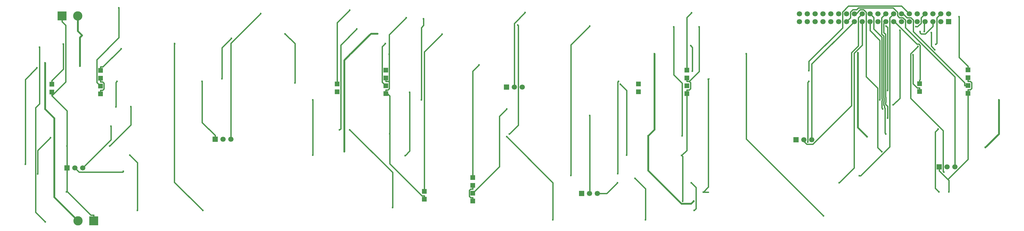
<source format=gbr>
%TF.GenerationSoftware,KiCad,Pcbnew,9.0.2*%
%TF.CreationDate,2025-07-16T22:13:36+02:00*%
%TF.ProjectId,fire,66697265-2e6b-4696-9361-645f70636258,rev?*%
%TF.SameCoordinates,Original*%
%TF.FileFunction,Copper,L2,Bot*%
%TF.FilePolarity,Positive*%
%FSLAX46Y46*%
G04 Gerber Fmt 4.6, Leading zero omitted, Abs format (unit mm)*
G04 Created by KiCad (PCBNEW 9.0.2) date 2025-07-16 22:13:36*
%MOMM*%
%LPD*%
G01*
G04 APERTURE LIST*
%TA.AperFunction,ComponentPad*%
%ADD10R,3.000000X3.000000*%
%TD*%
%TA.AperFunction,ComponentPad*%
%ADD11C,3.000000*%
%TD*%
%TA.AperFunction,ComponentPad*%
%ADD12R,1.500000X1.500000*%
%TD*%
%TA.AperFunction,ComponentPad*%
%ADD13R,1.700000X1.700000*%
%TD*%
%TA.AperFunction,ComponentPad*%
%ADD14C,1.700000*%
%TD*%
%TA.AperFunction,ViaPad*%
%ADD15C,0.600000*%
%TD*%
%TA.AperFunction,Conductor*%
%ADD16C,0.400000*%
%TD*%
%TA.AperFunction,Conductor*%
%ADD17C,0.600000*%
%TD*%
G04 APERTURE END LIST*
D10*
%TO.P,J9,1,Pin_1*%
%TO.N,GND*%
X77515000Y-178300000D03*
D11*
%TO.P,J9,2,Pin_2*%
%TO.N,+12V*%
X72435000Y-178300000D03*
%TD*%
D12*
%TO.P,KR4,1,+5V_TOP_LED*%
%TO.N,Net-(J2-Pin_10)*%
X269350000Y-129325000D03*
%TO.P,KR4,2,GND_TOP_LED*%
%TO.N,GND*%
X269350000Y-131865000D03*
%TO.P,KR4,3,+5V_BOTTOM_LED*%
%TO.N,Net-(J2-Pin_11)*%
X269350000Y-134405000D03*
%TO.P,KR4,4,GND_BOTTOM_LED*%
%TO.N,GND*%
X269350000Y-136945000D03*
%TO.P,KR4,5,SW_IN*%
%TO.N,Net-(J2-Pin_12)*%
X253650000Y-133825000D03*
%TO.P,KR4,6,SW_OUT*%
%TO.N,GND*%
X253650000Y-136365000D03*
%TD*%
D13*
%TO.P,J4,1,Pin_1*%
%TO.N,GND*%
X116735000Y-151800000D03*
D14*
%TO.P,J4,2,Pin_2*%
%TO.N,Net-(J2-Pin_18)*%
X119275000Y-151800000D03*
%TO.P,J4,3,Pin_3*%
%TO.N,Net-(J2-Pin_19)*%
X121815000Y-151800000D03*
%TD*%
D13*
%TO.P,J3,1,Pin_1*%
%TO.N,GND*%
X68860000Y-161100000D03*
D14*
%TO.P,J3,2,Pin_2*%
%TO.N,Net-(J2-Pin_16)*%
X71400000Y-161100000D03*
%TO.P,J3,3,Pin_3*%
%TO.N,Net-(J2-Pin_17)*%
X73940000Y-161100000D03*
%TD*%
D13*
%TO.P,J5,1,Pin_1*%
%TO.N,GND*%
X210985000Y-134875000D03*
D14*
%TO.P,J5,2,Pin_2*%
%TO.N,Net-(J2-Pin_20)*%
X213525000Y-134875000D03*
%TO.P,J5,3,Pin_3*%
%TO.N,Net-(J2-Pin_21)*%
X216065000Y-134875000D03*
%TD*%
D12*
%TO.P,KR1,1,+5V_TOP_LED*%
%TO.N,Net-(J2-Pin_1)*%
X79650000Y-129425000D03*
%TO.P,KR1,2,GND_TOP_LED*%
%TO.N,GND*%
X79650000Y-131965000D03*
%TO.P,KR1,3,+5V_BOTTOM_LED*%
%TO.N,Net-(J2-Pin_2)*%
X79650000Y-134505000D03*
%TO.P,KR1,4,GND_BOTTOM_LED*%
%TO.N,GND*%
X79650000Y-137045000D03*
%TO.P,KR1,5,SW_IN*%
%TO.N,Net-(J2-Pin_3)*%
X63950000Y-133925000D03*
%TO.P,KR1,6,SW_OUT*%
%TO.N,GND*%
X63950000Y-136465000D03*
%TD*%
%TO.P,KR5,1,+5V_TOP_LED*%
%TO.N,Net-(J2-Pin_13)*%
X360300000Y-129255000D03*
%TO.P,KR5,2,GND_TOP_LED*%
%TO.N,GND*%
X360300000Y-131795000D03*
%TO.P,KR5,3,+5V_BOTTOM_LED*%
%TO.N,Net-(J2-Pin_14)*%
X360300000Y-134335000D03*
%TO.P,KR5,4,GND_BOTTOM_LED*%
%TO.N,GND*%
X360300000Y-136875000D03*
%TO.P,KR5,5,SW_IN*%
%TO.N,Net-(J2-Pin_15)*%
X344600000Y-133755000D03*
%TO.P,KR5,6,SW_OUT*%
%TO.N,GND*%
X344600000Y-136295000D03*
%TD*%
D13*
%TO.P,J6,1,Pin_1*%
%TO.N,GND*%
X235260000Y-169425000D03*
D14*
%TO.P,J6,2,Pin_2*%
%TO.N,Net-(J2-Pin_22)*%
X237800000Y-169425000D03*
%TO.P,J6,3,Pin_3*%
%TO.N,Net-(J2-Pin_23)*%
X240340000Y-169425000D03*
%TD*%
D13*
%TO.P,J7,1,Pin_1*%
%TO.N,GND*%
X304635000Y-151925000D03*
D14*
%TO.P,J7,2,Pin_2*%
%TO.N,Net-(J2-Pin_24)*%
X307175000Y-151925000D03*
%TO.P,J7,3,Pin_3*%
%TO.N,Net-(J2-Pin_25)*%
X309715000Y-151925000D03*
%TD*%
D12*
%TO.P,KR2,1,+5V_TOP_LED*%
%TO.N,Net-(J2-Pin_4)*%
X171925000Y-129325000D03*
%TO.P,KR2,2,GND_TOP_LED*%
%TO.N,GND*%
X171925000Y-131865000D03*
%TO.P,KR2,3,+5V_BOTTOM_LED*%
%TO.N,Net-(J2-Pin_5)*%
X171925000Y-134405000D03*
%TO.P,KR2,4,GND_BOTTOM_LED*%
%TO.N,GND*%
X171925000Y-136945000D03*
%TO.P,KR2,5,SW_IN*%
%TO.N,Net-(J2-Pin_6)*%
X156225000Y-133825000D03*
%TO.P,KR2,6,SW_OUT*%
%TO.N,GND*%
X156225000Y-136365000D03*
%TD*%
D13*
%TO.P,J8,1,Pin_1*%
%TO.N,GND*%
X350960000Y-160800000D03*
D14*
%TO.P,J8,2,Pin_2*%
%TO.N,Net-(J2-Pin_26)*%
X353500000Y-160800000D03*
%TO.P,J8,3,Pin_3*%
%TO.N,Net-(J2-Pin_27)*%
X356040000Y-160800000D03*
%TD*%
D12*
%TO.P,KR3,1,+5V_TOP_LED*%
%TO.N,Net-(J2-Pin_7)*%
X200100000Y-164250000D03*
%TO.P,KR3,2,GND_TOP_LED*%
%TO.N,GND*%
X200100000Y-166790000D03*
%TO.P,KR3,3,+5V_BOTTOM_LED*%
%TO.N,Net-(J2-Pin_8)*%
X200100000Y-169330000D03*
%TO.P,KR3,4,GND_BOTTOM_LED*%
%TO.N,GND*%
X200100000Y-171870000D03*
%TO.P,KR3,5,SW_IN*%
%TO.N,Net-(J2-Pin_9)*%
X184400000Y-168750000D03*
%TO.P,KR3,6,SW_OUT*%
%TO.N,GND*%
X184400000Y-171290000D03*
%TD*%
D10*
%TO.P,J1,1,Pin_1*%
%TO.N,GND*%
X67235000Y-111700000D03*
D11*
%TO.P,J1,2,Pin_2*%
%TO.N,+12V*%
X72315000Y-111700000D03*
%TD*%
D13*
%TO.P,J2,1,Pin_1*%
%TO.N,Net-(J2-Pin_1)*%
X353970000Y-113575000D03*
D14*
%TO.P,J2,2,Pin_2*%
%TO.N,Net-(J2-Pin_2)*%
X353970000Y-111035000D03*
%TO.P,J2,3,Pin_3*%
%TO.N,Net-(J2-Pin_3)*%
X351430000Y-113575000D03*
%TO.P,J2,4,Pin_4*%
%TO.N,Net-(J2-Pin_4)*%
X351430000Y-111035000D03*
%TO.P,J2,5,Pin_5*%
%TO.N,Net-(J2-Pin_5)*%
X348890000Y-113575000D03*
%TO.P,J2,6,Pin_6*%
%TO.N,Net-(J2-Pin_6)*%
X348890000Y-111035000D03*
%TO.P,J2,7,Pin_7*%
%TO.N,Net-(J2-Pin_7)*%
X346350000Y-113575000D03*
%TO.P,J2,8,Pin_8*%
%TO.N,Net-(J2-Pin_8)*%
X346350000Y-111035000D03*
%TO.P,J2,9,Pin_9*%
%TO.N,Net-(J2-Pin_9)*%
X343810000Y-113575000D03*
%TO.P,J2,10,Pin_10*%
%TO.N,Net-(J2-Pin_10)*%
X343810000Y-111035000D03*
%TO.P,J2,11,Pin_11*%
%TO.N,Net-(J2-Pin_11)*%
X341270000Y-113575000D03*
%TO.P,J2,12,Pin_12*%
%TO.N,Net-(J2-Pin_12)*%
X341270000Y-111035000D03*
%TO.P,J2,13,Pin_13*%
%TO.N,Net-(J2-Pin_13)*%
X338730000Y-113575000D03*
%TO.P,J2,14,Pin_14*%
%TO.N,Net-(J2-Pin_14)*%
X338730000Y-111035000D03*
%TO.P,J2,15,Pin_15*%
%TO.N,Net-(J2-Pin_15)*%
X336190000Y-113575000D03*
%TO.P,J2,16,Pin_16*%
%TO.N,Net-(J2-Pin_16)*%
X336190000Y-111035000D03*
%TO.P,J2,17,Pin_17*%
%TO.N,Net-(J2-Pin_17)*%
X333650000Y-113575000D03*
%TO.P,J2,18,Pin_18*%
%TO.N,Net-(J2-Pin_18)*%
X333650000Y-111035000D03*
%TO.P,J2,19,Pin_19*%
%TO.N,Net-(J2-Pin_19)*%
X331110000Y-113575000D03*
%TO.P,J2,20,Pin_20*%
%TO.N,Net-(J2-Pin_20)*%
X331110000Y-111035000D03*
%TO.P,J2,21,Pin_21*%
%TO.N,Net-(J2-Pin_21)*%
X328570000Y-113575000D03*
%TO.P,J2,22,Pin_22*%
%TO.N,Net-(J2-Pin_22)*%
X328570000Y-111035000D03*
%TO.P,J2,23,Pin_23*%
%TO.N,Net-(J2-Pin_23)*%
X326030000Y-113575000D03*
%TO.P,J2,24,Pin_24*%
%TO.N,Net-(J2-Pin_24)*%
X326030000Y-111035000D03*
%TO.P,J2,25,Pin_25*%
%TO.N,Net-(J2-Pin_25)*%
X323490000Y-113575000D03*
%TO.P,J2,26,Pin_26*%
%TO.N,Net-(J2-Pin_26)*%
X323490000Y-111035000D03*
%TO.P,J2,27,Pin_27*%
%TO.N,Net-(J2-Pin_27)*%
X320950000Y-113575000D03*
%TO.P,J2,28,Pin_28*%
%TO.N,unconnected-(J2-Pin_28-Pad28)*%
X320950000Y-111035000D03*
%TO.P,J2,29,Pin_29*%
%TO.N,unconnected-(J2-Pin_29-Pad29)*%
X318410000Y-113575000D03*
%TO.P,J2,30,Pin_30*%
%TO.N,unconnected-(J2-Pin_30-Pad30)*%
X318410000Y-111035000D03*
%TO.P,J2,31,Pin_31*%
%TO.N,unconnected-(J2-Pin_31-Pad31)*%
X315870000Y-113575000D03*
%TO.P,J2,32,Pin_32*%
%TO.N,unconnected-(J2-Pin_32-Pad32)*%
X315870000Y-111035000D03*
%TO.P,J2,33,Pin_33*%
%TO.N,unconnected-(J2-Pin_33-Pad33)*%
X313330000Y-113575000D03*
%TO.P,J2,34,Pin_34*%
%TO.N,unconnected-(J2-Pin_34-Pad34)*%
X313330000Y-111035000D03*
%TO.P,J2,35,Pin_35*%
%TO.N,unconnected-(J2-Pin_35-Pad35)*%
X310790000Y-113575000D03*
%TO.P,J2,36,Pin_36*%
%TO.N,unconnected-(J2-Pin_36-Pad36)*%
X310790000Y-111035000D03*
%TO.P,J2,37,Pin_37*%
%TO.N,unconnected-(J2-Pin_37-Pad37)*%
X308250000Y-113575000D03*
%TO.P,J2,38,Pin_38*%
%TO.N,unconnected-(J2-Pin_38-Pad38)*%
X308250000Y-111035000D03*
%TO.P,J2,39,Pin_39*%
%TO.N,unconnected-(J2-Pin_39-Pad39)*%
X305710000Y-113575000D03*
%TO.P,J2,40,Pin_40*%
%TO.N,unconnected-(J2-Pin_40-Pad40)*%
X305710000Y-111035000D03*
%TD*%
D15*
%TO.N,Net-(D61-K)*%
X350637300Y-148457900D03*
X350894500Y-168922500D03*
%TO.N,Net-(D56-K)*%
X344100800Y-121605900D03*
X352507800Y-162445600D03*
%TO.N,Net-(D54-K)*%
X288539100Y-123997500D03*
X313564700Y-176709600D03*
%TO.N,Net-(D50-K)*%
X308409000Y-152690900D03*
X308822700Y-132982500D03*
%TO.N,Net-(D46-K)*%
X270800400Y-165927500D03*
X271670900Y-174938900D03*
%TO.N,Net-(D45-K)*%
X274640600Y-168974900D03*
X276316800Y-132305700D03*
%TO.N,Net-(D44-K)*%
X271121200Y-129726900D03*
X270585500Y-121412500D03*
%TO.N,Net-(D42-K)*%
X267814000Y-150719200D03*
X265090900Y-115275800D03*
%TO.N,Net-(D39-K)*%
X252541200Y-164479000D03*
X255968900Y-177907500D03*
%TO.N,Net-(D38-K)*%
X231816500Y-163589300D03*
X237950000Y-115012500D03*
%TO.N,Net-(D37-K)*%
X249895600Y-156942500D03*
X247808200Y-133881200D03*
%TO.N,Net-(D36-K)*%
X247201800Y-132982500D03*
X247014000Y-162932500D03*
%TO.N,Net-(D32-K)*%
X211072400Y-150952500D03*
X226004400Y-177907500D03*
%TO.N,Net-(D30-K)*%
X211893700Y-150091200D03*
X214616500Y-114716800D03*
%TO.N,Net-(D27-K)*%
X183450800Y-138972500D03*
X184194800Y-112652700D03*
%TO.N,Net-(D26-K)*%
X179689600Y-136575900D03*
X178222000Y-157095000D03*
%TO.N,Net-(D24-K)*%
X174125800Y-174006900D03*
X160303600Y-148730100D03*
%TO.N,Net-(D23-K)*%
X162610600Y-115954800D03*
X157006700Y-148730100D03*
%TO.N,Net-(D20-K)*%
X139398800Y-117569400D03*
X142582300Y-133461300D03*
%TO.N,Net-(D19-K)*%
X118998300Y-132128600D03*
X122042900Y-119035900D03*
%TO.N,Net-(D16-K)*%
X148358000Y-138972500D03*
X148358000Y-156942500D03*
%TO.N,Net-(D11-K)*%
X91616400Y-174912500D03*
X89137200Y-156942500D03*
%TO.N,Net-(D10-K)*%
X103613400Y-120750400D03*
X112745300Y-174912500D03*
%TO.N,Net-(D8-K)*%
X59940300Y-121862800D03*
X61840300Y-178615600D03*
%TO.N,Net-(D6-K)*%
X84987200Y-132982500D03*
X84654900Y-141322800D03*
%TO.N,Net-(D5-K)*%
X82657200Y-153947500D03*
X89517200Y-141227100D03*
%TO.N,Net-(D2-K)*%
X63497800Y-151312700D03*
X59392400Y-163003100D03*
%TO.N,Net-(D1-K)*%
X59108900Y-128617800D03*
X55355100Y-159937500D03*
%TO.N,Net-(J2-Pin_16)*%
X87080400Y-162221700D03*
X325111600Y-163647900D03*
%TO.N,Net-(J2-Pin_8)*%
X211072400Y-141967500D03*
X336058100Y-140635300D03*
X338231800Y-116360100D03*
X343416500Y-115237900D03*
%TO.N,Net-(J2-Pin_4)*%
X349821000Y-121001400D03*
%TO.N,Net-(J2-Pin_13)*%
X357406000Y-112017500D03*
%TO.N,Net-(J2-Pin_11)*%
X333799400Y-115003600D03*
X334290100Y-135977500D03*
%TO.N,Net-(J2-Pin_22)*%
X237950000Y-144113700D03*
X332685900Y-141967500D03*
%TO.N,Net-(J2-Pin_7)*%
X346139900Y-116826800D03*
X348378700Y-117122300D03*
X349499800Y-122715500D03*
X202113200Y-127691100D03*
%TO.N,Net-(J2-Pin_18)*%
X333660200Y-150053700D03*
%TO.N,Net-(J2-Pin_1)*%
X86361000Y-122377700D03*
%TO.N,Net-(J2-Pin_20)*%
X217045200Y-110640800D03*
%TO.N,Net-(J2-Pin_2)*%
X85643600Y-109077500D03*
%TO.N,Net-(J2-Pin_23)*%
X246909200Y-165936500D03*
X318582800Y-165927500D03*
%TO.N,Net-(J2-Pin_26)*%
X332400400Y-155823800D03*
%TO.N,Net-(J2-Pin_21)*%
X331763100Y-138972500D03*
%TO.N,Net-(J2-Pin_9)*%
X190167600Y-117689100D03*
%TO.N,Net-(J2-Pin_12)*%
X308822700Y-129479800D03*
%TO.N,Net-(J2-Pin_3)*%
X67673800Y-120861600D03*
%TO.N,Net-(J2-Pin_10)*%
X270889300Y-110742300D03*
%TO.N,Net-(J2-Pin_6)*%
X160303600Y-109898700D03*
%TO.N,Net-(J2-Pin_5)*%
X344782900Y-116826800D03*
X171816400Y-120679400D03*
%TO.N,Net-(J2-Pin_17)*%
X83066300Y-147563900D03*
X334290100Y-144962500D03*
%TO.N,Net-(J2-Pin_19)*%
X131504000Y-110961700D03*
%TO.N,+12V*%
X73698000Y-118007500D03*
X61752400Y-141967500D03*
X61752400Y-126992500D03*
X256781400Y-150719200D03*
X365887700Y-154425000D03*
X370215500Y-138972500D03*
X271558800Y-171830500D03*
X327542000Y-150952500D03*
X324580800Y-123708900D03*
X160303600Y-124284000D03*
X158489300Y-155770400D03*
X72972400Y-127996600D03*
X169262800Y-117462400D03*
X258854800Y-123997500D03*
%TO.N,GND*%
X354050000Y-168922500D03*
X267681500Y-157075000D03*
X112521200Y-132982500D03*
X178568600Y-112306100D03*
X173246200Y-150011100D03*
X68860000Y-153947500D03*
X267937500Y-171917500D03*
X68672200Y-168922500D03*
X173076700Y-124171500D03*
X342474000Y-124342700D03*
X273338200Y-115286000D03*
%TD*%
D16*
%TO.N,Net-(D61-K)*%
X349649900Y-167677900D02*
X350894500Y-168922500D01*
X349649900Y-149445300D02*
X349649900Y-167677900D01*
X350637300Y-148457900D02*
X349649900Y-149445300D01*
%TO.N,Net-(D56-K)*%
X352230000Y-162167800D02*
X352507800Y-162445600D01*
X352230000Y-149003200D02*
X352230000Y-162167800D01*
X341713000Y-138486200D02*
X352230000Y-149003200D01*
X341713000Y-123993700D02*
X341713000Y-138486200D01*
X344100800Y-121605900D02*
X341713000Y-123993700D01*
%TO.N,Net-(D54-K)*%
X288539100Y-151684000D02*
X313564700Y-176709600D01*
X288539100Y-123997500D02*
X288539100Y-151684000D01*
%TO.N,Net-(D50-K)*%
X308445000Y-133360200D02*
X308822700Y-132982500D01*
X308445000Y-152654900D02*
X308445000Y-133360200D01*
X308409000Y-152690900D02*
X308445000Y-152654900D01*
%TO.N,Net-(D46-K)*%
X272319900Y-174289900D02*
X271670900Y-174938900D01*
X272319900Y-167447000D02*
X272319900Y-174289900D01*
X270800400Y-165927500D02*
X272319900Y-167447000D01*
%TO.N,Net-(D45-K)*%
X276316800Y-167298700D02*
X274640600Y-168974900D01*
X276316800Y-132305700D02*
X276316800Y-167298700D01*
X276316800Y-132305700D02*
X276482200Y-132140300D01*
X276482200Y-132140300D02*
X276316800Y-132305700D01*
X274640600Y-168974900D02*
X276316800Y-168974900D01*
X276316800Y-168974900D02*
X274640600Y-168974900D01*
%TO.N,Net-(D44-K)*%
X271121200Y-121948200D02*
X270585500Y-121412500D01*
X271121200Y-129726900D02*
X271121200Y-121948200D01*
%TO.N,Net-(D42-K)*%
X267564900Y-133316900D02*
X267812500Y-133564500D01*
X267564900Y-133316900D02*
X267812500Y-133564500D01*
X267812500Y-150717700D02*
X267814000Y-150719200D01*
X267812500Y-133564500D02*
X267812500Y-150717700D01*
X265090900Y-130842900D02*
X267564900Y-133316900D01*
X265090900Y-115275800D02*
X265090900Y-130842900D01*
%TO.N,Net-(D39-K)*%
X255968900Y-167906700D02*
X255968900Y-177907500D01*
X252541200Y-164479000D02*
X255968900Y-167906700D01*
%TO.N,Net-(D38-K)*%
X231816500Y-121146000D02*
X231816500Y-163589300D01*
X237950000Y-115012500D02*
X231816500Y-121146000D01*
%TO.N,Net-(D37-K)*%
X249895600Y-135968600D02*
X247808200Y-133881200D01*
X249895600Y-156942500D02*
X249895600Y-135968600D01*
%TO.N,Net-(D36-K)*%
X247014000Y-133170300D02*
X247014000Y-162932500D01*
X247201800Y-132982500D02*
X247014000Y-133170300D01*
%TO.N,Net-(D32-K)*%
X226004400Y-165884500D02*
X226004400Y-177907500D01*
X211072400Y-150952500D02*
X226004400Y-165884500D01*
%TO.N,Net-(D30-K)*%
X214776700Y-147208200D02*
X211893700Y-150091200D01*
X214776700Y-114877000D02*
X214776700Y-147208200D01*
X214616500Y-114716800D02*
X214776700Y-114877000D01*
%TO.N,Net-(D27-K)*%
X184194800Y-114827500D02*
X184194800Y-112652700D01*
X183450800Y-115571500D02*
X184194800Y-114827500D01*
X183450800Y-138972500D02*
X183450800Y-115571500D01*
%TO.N,Net-(D26-K)*%
X179689600Y-155627400D02*
X178222000Y-157095000D01*
X179689600Y-136575900D02*
X179689600Y-155627400D01*
%TO.N,Net-(D24-K)*%
X174125800Y-162552300D02*
X160303600Y-148730100D01*
X174125800Y-174006900D02*
X174125800Y-162552300D01*
%TO.N,Net-(D23-K)*%
X157377800Y-121187600D02*
X162610600Y-115954800D01*
X157377800Y-148359000D02*
X157377800Y-121187600D01*
X157006700Y-148730100D02*
X157377800Y-148359000D01*
%TO.N,Net-(D20-K)*%
X142582300Y-120752900D02*
X142582300Y-133461300D01*
X139398800Y-117569400D02*
X142582300Y-120752900D01*
%TO.N,Net-(D19-K)*%
X118998300Y-122080500D02*
X122042900Y-119035900D01*
X118998300Y-132128600D02*
X118998300Y-122080500D01*
%TO.N,Net-(D16-K)*%
X148358000Y-138972500D02*
X148358000Y-156942500D01*
%TO.N,Net-(D11-K)*%
X91616400Y-159421700D02*
X89137200Y-156942500D01*
X91616400Y-174912500D02*
X91616400Y-159421700D01*
%TO.N,Net-(D10-K)*%
X103562000Y-165729200D02*
X112745300Y-174912500D01*
X103562000Y-121002500D02*
X103562000Y-165729200D01*
X103562000Y-120913000D02*
X103613400Y-120861600D01*
X103562000Y-121002500D02*
X103562000Y-120913000D01*
X103613400Y-120861600D02*
X103613400Y-120750400D01*
%TO.N,Net-(D8-K)*%
X59940300Y-140282900D02*
X59940300Y-121862800D01*
X58683700Y-141539500D02*
X59940300Y-140282900D01*
X58683700Y-175459000D02*
X58683700Y-141539500D01*
X61840300Y-178615600D02*
X58683700Y-175459000D01*
%TO.N,Net-(D6-K)*%
X84654900Y-133314800D02*
X84654900Y-141322800D01*
X84987200Y-132982500D02*
X84654900Y-133314800D01*
%TO.N,Net-(D5-K)*%
X89517200Y-147087500D02*
X89517200Y-141227100D01*
X82657200Y-153947500D02*
X89517200Y-147087500D01*
%TO.N,Net-(D2-K)*%
X59392400Y-155418100D02*
X59392400Y-163003100D01*
X63497800Y-151312700D02*
X59392400Y-155418100D01*
%TO.N,Net-(D1-K)*%
X55355100Y-132371600D02*
X55355100Y-159937500D01*
X59108900Y-128617800D02*
X55355100Y-132371600D01*
%TO.N,Net-(J2-Pin_14)*%
X360300000Y-134335000D02*
X359148300Y-134335000D01*
X359148300Y-133444200D02*
X359148300Y-134335000D01*
X342540000Y-116835900D02*
X359148300Y-133444200D01*
X342540000Y-113069300D02*
X342540000Y-116835900D01*
X341775700Y-112305000D02*
X342540000Y-113069300D01*
X340522400Y-112305000D02*
X341775700Y-112305000D01*
X339252400Y-111035000D02*
X340522400Y-112305000D01*
X338730000Y-111035000D02*
X339252400Y-111035000D01*
%TO.N,Net-(J2-Pin_25)*%
X309715000Y-127350000D02*
X323490000Y-113575000D01*
X309715000Y-151925000D02*
X309715000Y-127350000D01*
%TO.N,Net-(J2-Pin_24)*%
X324760000Y-112305000D02*
X326030000Y-111035000D01*
X324760000Y-121488100D02*
X324760000Y-112305000D01*
X322596500Y-123651600D02*
X324760000Y-121488100D01*
X322596500Y-140847500D02*
X322596500Y-123651600D01*
X310051400Y-153392600D02*
X322596500Y-140847500D01*
X308118500Y-153392600D02*
X310051400Y-153392600D01*
X307175000Y-152449100D02*
X308118500Y-153392600D01*
X307175000Y-151925000D02*
X307175000Y-152449100D01*
%TO.N,Net-(J2-Pin_16)*%
X86890600Y-162411500D02*
X87080400Y-162221700D01*
X72711500Y-162411500D02*
X86890600Y-162411500D01*
X71400000Y-161100000D02*
X72711500Y-162411500D01*
X334921400Y-112303600D02*
X336190000Y-111035000D01*
X334921400Y-119042100D02*
X334921400Y-112303600D01*
X334991800Y-119112500D02*
X334921400Y-119042100D01*
X334991800Y-154224700D02*
X334991800Y-119112500D01*
X325568600Y-163647900D02*
X334991800Y-154224700D01*
X325111600Y-163647900D02*
X325568600Y-163647900D01*
%TO.N,Net-(J2-Pin_27)*%
X324478100Y-109495700D02*
X324230500Y-109743300D01*
X324478100Y-109495700D02*
X324230500Y-109743300D01*
X322220000Y-112305000D02*
X320950000Y-113575000D01*
X322220000Y-110493500D02*
X322220000Y-112305000D01*
X322970200Y-109743300D02*
X322220000Y-110493500D01*
X324230500Y-109743300D02*
X322970200Y-109743300D01*
X356040000Y-131575700D02*
X356040000Y-160800000D01*
X340018300Y-115554000D02*
X356040000Y-131575700D01*
X340018300Y-113081200D02*
X340018300Y-115554000D01*
X339225300Y-112288200D02*
X340018300Y-113081200D01*
X338119700Y-112288200D02*
X339225300Y-112288200D01*
X337460000Y-111628500D02*
X338119700Y-112288200D01*
X337460000Y-110533900D02*
X337460000Y-111628500D01*
X336069200Y-109143100D02*
X337460000Y-110533900D01*
X324830700Y-109143100D02*
X336069200Y-109143100D01*
X324478100Y-109495700D02*
X324830700Y-109143100D01*
%TO.N,Net-(J2-Pin_8)*%
X208746000Y-144293900D02*
X211072400Y-141967500D01*
X208746000Y-160684000D02*
X208746000Y-144293900D01*
X200100000Y-169330000D02*
X208746000Y-160684000D01*
X338231800Y-138461600D02*
X338231800Y-116360100D01*
X336058100Y-140635300D02*
X338231800Y-138461600D01*
X343939200Y-115237900D02*
X343416500Y-115237900D01*
X345080000Y-114097100D02*
X343939200Y-115237900D01*
X345080000Y-112305000D02*
X345080000Y-114097100D01*
X346350000Y-111035000D02*
X345080000Y-112305000D01*
%TO.N,Net-(J2-Pin_4)*%
X350160000Y-112305000D02*
X351430000Y-111035000D01*
X350160000Y-120662400D02*
X350160000Y-112305000D01*
X349821000Y-121001400D02*
X350160000Y-120662400D01*
%TO.N,Net-(J2-Pin_13)*%
X357406000Y-125209300D02*
X360300000Y-128103300D01*
X357406000Y-112017500D02*
X357406000Y-125209300D01*
X360300000Y-129255000D02*
X360300000Y-128103300D01*
%TO.N,Net-(J2-Pin_11)*%
X334290100Y-115494300D02*
X333799400Y-115003600D01*
X334290100Y-135977500D02*
X334290100Y-115494300D01*
%TO.N,Net-(J2-Pin_22)*%
X237950000Y-169275000D02*
X237950000Y-144113700D01*
X237800000Y-169425000D02*
X237950000Y-169275000D01*
X329821700Y-112286700D02*
X328570000Y-111035000D01*
X329821700Y-116001300D02*
X329821700Y-112286700D01*
X332385000Y-118564600D02*
X329821700Y-116001300D01*
X332385000Y-138602100D02*
X332385000Y-118564600D01*
X332464800Y-138681900D02*
X332385000Y-138602100D01*
X332464800Y-139263100D02*
X332464800Y-138681900D01*
X332385000Y-139342900D02*
X332464800Y-139263100D01*
X332385000Y-141666600D02*
X332385000Y-139342900D01*
X332685900Y-141967500D02*
X332385000Y-141666600D01*
%TO.N,Net-(J2-Pin_7)*%
X348378700Y-121594400D02*
X349499800Y-122715500D01*
X348378700Y-117122300D02*
X348378700Y-121594400D01*
X346139900Y-113785100D02*
X346139900Y-116826800D01*
X346350000Y-113575000D02*
X346139900Y-113785100D01*
X200100000Y-129704300D02*
X200100000Y-164250000D01*
X202113200Y-127691100D02*
X200100000Y-129704300D01*
%TO.N,Net-(J2-Pin_18)*%
X332361700Y-112323300D02*
X333650000Y-111035000D01*
X332361700Y-117670300D02*
X332361700Y-112323300D01*
X332986700Y-118295300D02*
X332361700Y-117670300D01*
X332986700Y-138353000D02*
X332986700Y-118295300D01*
X333066500Y-138432800D02*
X332986700Y-138353000D01*
X333066500Y-139512200D02*
X333066500Y-138432800D01*
X332986700Y-139592000D02*
X333066500Y-139512200D01*
X332986700Y-140681400D02*
X332986700Y-139592000D01*
X333287600Y-140982300D02*
X332986700Y-140681400D01*
X333287600Y-141576900D02*
X333287600Y-140982300D01*
X333387600Y-141676900D02*
X333287600Y-141576900D01*
X333387600Y-149781100D02*
X333387600Y-141676900D01*
X333660200Y-150053700D02*
X333387600Y-149781100D01*
%TO.N,Net-(J2-Pin_1)*%
X80465400Y-128273300D02*
X86361000Y-122377700D01*
X79650000Y-128273300D02*
X80465400Y-128273300D01*
X79650000Y-129425000D02*
X79650000Y-128273300D01*
%TO.N,Net-(J2-Pin_20)*%
X213525000Y-114161000D02*
X213525000Y-134875000D01*
X217045200Y-110640800D02*
X213525000Y-114161000D01*
%TO.N,Net-(J2-Pin_2)*%
X85643600Y-118780400D02*
X85643600Y-109077500D01*
X78498300Y-125925700D02*
X85643600Y-118780400D01*
X78498300Y-133353300D02*
X78498300Y-125925700D01*
X79650000Y-134505000D02*
X78498300Y-133353300D01*
%TO.N,Net-(J2-Pin_23)*%
X243420700Y-169425000D02*
X246909200Y-165936500D01*
X240340000Y-169425000D02*
X243420700Y-169425000D01*
X326030000Y-121193100D02*
X326030000Y-113575000D01*
X323410100Y-123813000D02*
X326030000Y-121193100D01*
X323410100Y-161100200D02*
X323410100Y-123813000D01*
X318582800Y-165927500D02*
X323410100Y-161100200D01*
%TO.N,Net-(J2-Pin_26)*%
X331061400Y-154484800D02*
X332400400Y-155823800D01*
X331061400Y-135211900D02*
X331061400Y-154484800D01*
X327300100Y-131450600D02*
X331061400Y-135211900D01*
X327300100Y-110534000D02*
X327300100Y-131450600D01*
X326512400Y-109746300D02*
X327300100Y-110534000D01*
X325378500Y-109746300D02*
X326512400Y-109746300D01*
X324089800Y-111035000D02*
X325378500Y-109746300D01*
X323490000Y-111035000D02*
X324089800Y-111035000D01*
%TO.N,Net-(J2-Pin_21)*%
X328570000Y-116486400D02*
X328570000Y-113575000D01*
X331763100Y-119679500D02*
X328570000Y-116486400D01*
X331763100Y-138972500D02*
X331763100Y-119679500D01*
%TO.N,Net-(J2-Pin_9)*%
X184400000Y-123456700D02*
X190167600Y-117689100D01*
X184400000Y-168750000D02*
X184400000Y-123456700D01*
%TO.N,Net-(J2-Pin_12)*%
X338773700Y-108538700D02*
X341270000Y-111035000D01*
X321600600Y-108538700D02*
X338773700Y-108538700D01*
X319679900Y-110459400D02*
X321600600Y-108538700D01*
X319679900Y-115604900D02*
X319679900Y-110459400D01*
X308822700Y-126462100D02*
X319679900Y-115604900D01*
X308822700Y-129479800D02*
X308822700Y-126462100D01*
%TO.N,Net-(J2-Pin_3)*%
X67673800Y-129049500D02*
X63950000Y-132773300D01*
X67673800Y-120861600D02*
X67673800Y-129049500D01*
X63950000Y-133925000D02*
X63950000Y-132773300D01*
%TO.N,Net-(J2-Pin_10)*%
X269350000Y-112281600D02*
X270889300Y-110742300D01*
X269350000Y-129325000D02*
X269350000Y-112281600D01*
%TO.N,Net-(J2-Pin_6)*%
X156225000Y-133825000D02*
X156225000Y-132673300D01*
X156225000Y-113977300D02*
X156225000Y-132673300D01*
X160303600Y-109898700D02*
X156225000Y-113977300D01*
%TO.N,Net-(J2-Pin_5)*%
X170768500Y-121727300D02*
X171816400Y-120679400D01*
X170768500Y-133248500D02*
X170768500Y-121727300D01*
X171925000Y-134405000D02*
X170768500Y-133248500D01*
X345073100Y-117548500D02*
X344781300Y-117256700D01*
X346489800Y-117548500D02*
X345073100Y-117548500D01*
X348890000Y-115148300D02*
X346489800Y-117548500D01*
X348890000Y-113575000D02*
X348890000Y-115148300D01*
X344781300Y-117256700D02*
X344781300Y-116844300D01*
X344782900Y-116842700D02*
X344782900Y-116826800D01*
X344781300Y-116844300D02*
X344782900Y-116842700D01*
%TO.N,Net-(J2-Pin_15)*%
X344600000Y-133755000D02*
X344600000Y-132603300D01*
X336439000Y-113575000D02*
X336190000Y-113575000D01*
X343768200Y-120904200D02*
X336439000Y-113575000D01*
X344391400Y-120904200D02*
X343768200Y-120904200D01*
X344802500Y-121315300D02*
X344391400Y-120904200D01*
X344802500Y-132400800D02*
X344802500Y-121315300D01*
X344600000Y-132603300D02*
X344802500Y-132400800D01*
%TO.N,Net-(J2-Pin_17)*%
X83066300Y-151973700D02*
X83066300Y-147563900D01*
X73940000Y-161100000D02*
X83066300Y-151973700D01*
X333030600Y-114194400D02*
X333650000Y-113575000D01*
X333030600Y-117137800D02*
X333030600Y-114194400D01*
X333588400Y-117695600D02*
X333030600Y-117137800D01*
X333588400Y-138103900D02*
X333588400Y-117695600D01*
X333668200Y-138183700D02*
X333588400Y-138103900D01*
X333668200Y-139761300D02*
X333668200Y-138183700D01*
X333588400Y-139841100D02*
X333668200Y-139761300D01*
X333588400Y-140432300D02*
X333588400Y-139841100D01*
X334290100Y-141134000D02*
X333588400Y-140432300D01*
X334290100Y-144962500D02*
X334290100Y-141134000D01*
%TO.N,Net-(J2-Pin_19)*%
X121815000Y-120650700D02*
X131504000Y-110961700D01*
X121815000Y-151800000D02*
X121815000Y-120650700D01*
D17*
%TO.N,+12V*%
X64733900Y-144949000D02*
X61752400Y-141967500D01*
X64733900Y-170598900D02*
X64733900Y-144949000D01*
X72435000Y-178300000D02*
X64733900Y-170598900D01*
X370215500Y-150097200D02*
X370215500Y-138972500D01*
X365887700Y-154425000D02*
X370215500Y-150097200D01*
X72315000Y-116624500D02*
X72315000Y-111700000D01*
X73698000Y-118007500D02*
X72315000Y-116624500D01*
X61752400Y-141967500D02*
X61752400Y-126992500D01*
X324580800Y-147991300D02*
X324580800Y-123708900D01*
X327542000Y-150952500D02*
X324580800Y-147991300D01*
X158489300Y-126098300D02*
X160303600Y-124284000D01*
X158489300Y-155770400D02*
X158489300Y-126098300D01*
X72972400Y-118733100D02*
X73698000Y-118007500D01*
X72972400Y-127996600D02*
X72972400Y-118733100D01*
X167125200Y-117462400D02*
X169262800Y-117462400D01*
X160303600Y-124284000D02*
X167125200Y-117462400D01*
X256781400Y-161945900D02*
X256781400Y-150719200D01*
X267561300Y-172725800D02*
X256781400Y-161945900D01*
X270663500Y-172725800D02*
X267561300Y-172725800D01*
X271558800Y-171830500D02*
X270663500Y-172725800D01*
X258854800Y-148645800D02*
X258854800Y-123997500D01*
X256781400Y-150719200D02*
X258854800Y-148645800D01*
D16*
%TO.N,GND*%
X350960000Y-160800000D02*
X350960000Y-162051700D01*
X199380100Y-167941700D02*
X200100000Y-167941700D01*
X198948300Y-168373500D02*
X199380100Y-167941700D01*
X198948300Y-170286500D02*
X198948300Y-168373500D01*
X199380100Y-170718300D02*
X198948300Y-170286500D01*
X200100000Y-170718300D02*
X199380100Y-170718300D01*
X200100000Y-171870000D02*
X200100000Y-170718300D01*
X200100000Y-166790000D02*
X200100000Y-167941700D01*
X80369900Y-133116700D02*
X79650000Y-133116700D01*
X80801700Y-133548500D02*
X80369900Y-133116700D01*
X80801700Y-135461500D02*
X80801700Y-133548500D01*
X80369900Y-135893300D02*
X80801700Y-135461500D01*
X79650000Y-135893300D02*
X80369900Y-135893300D01*
X79650000Y-137045000D02*
X79650000Y-135893300D01*
X79650000Y-131965000D02*
X79650000Y-133116700D01*
X269350000Y-136945000D02*
X269350000Y-135793300D01*
X269350000Y-131865000D02*
X269350000Y-133016700D01*
X269350000Y-155406500D02*
X269350000Y-136945000D01*
X267681500Y-157075000D02*
X269350000Y-155406500D01*
X68860000Y-161100000D02*
X68860000Y-159848300D01*
X112521200Y-146334500D02*
X112521200Y-132982500D01*
X116735000Y-150548300D02*
X112521200Y-146334500D01*
X116735000Y-151800000D02*
X116735000Y-150548300D01*
X171925000Y-131865000D02*
X171925000Y-133016700D01*
X172644900Y-135793300D02*
X171925000Y-135793300D01*
X173076700Y-135361500D02*
X172644900Y-135793300D01*
X173076700Y-133016700D02*
X173076700Y-135361500D01*
X171925000Y-133016700D02*
X173076700Y-133016700D01*
X173246200Y-137690300D02*
X173246200Y-150011100D01*
X171925000Y-136369100D02*
X173246200Y-137690300D01*
X171925000Y-136945000D02*
X171925000Y-136369100D01*
X171925000Y-136369100D02*
X171925000Y-135793300D01*
X63950000Y-136465000D02*
X63950000Y-137616700D01*
X354050000Y-165141700D02*
X353760300Y-164852000D01*
X354050000Y-168922500D02*
X354050000Y-165141700D01*
X353760300Y-164852000D02*
X350960000Y-162051700D01*
X68860000Y-159848300D02*
X68860000Y-153947500D01*
X267937500Y-157331000D02*
X267681500Y-157075000D01*
X267937500Y-171917500D02*
X267937500Y-157331000D01*
X173076700Y-117798000D02*
X173076700Y-124171500D01*
X178568600Y-112306100D02*
X173076700Y-117798000D01*
X173076700Y-124171500D02*
X173076700Y-133016700D01*
X360300000Y-158312300D02*
X360300000Y-136875000D01*
X353760300Y-164852000D02*
X360300000Y-158312300D01*
X360300000Y-131795000D02*
X360300000Y-132946700D01*
X361019900Y-132946700D02*
X360300000Y-132946700D01*
X361451700Y-133378500D02*
X361019900Y-132946700D01*
X361451700Y-135291500D02*
X361451700Y-133378500D01*
X361019900Y-135723300D02*
X361451700Y-135291500D01*
X360300000Y-135723300D02*
X361019900Y-135723300D01*
X360300000Y-136875000D02*
X360300000Y-135723300D01*
X183680200Y-170138300D02*
X184400000Y-170138300D01*
X173246200Y-159704300D02*
X183680200Y-170138300D01*
X173246200Y-150011100D02*
X173246200Y-159704300D01*
X184400000Y-171290000D02*
X184400000Y-170138300D01*
X76523600Y-176398300D02*
X68860000Y-168734700D01*
X77515000Y-176398300D02*
X76523600Y-176398300D01*
X68672200Y-168922500D02*
X68860000Y-168734700D01*
X68860000Y-168734700D02*
X68860000Y-161100000D01*
X77515000Y-178300000D02*
X77515000Y-176398300D01*
X344600000Y-136295000D02*
X344600000Y-135143300D01*
X68860000Y-142526700D02*
X63950000Y-137616700D01*
X68860000Y-153947500D02*
X68860000Y-142526700D01*
X67235000Y-111700000D02*
X67235000Y-113601700D01*
X68419100Y-133147600D02*
X63950000Y-137616700D01*
X68419100Y-114785800D02*
X68419100Y-133147600D01*
X67235000Y-113601700D02*
X68419100Y-114785800D01*
X342474000Y-133737100D02*
X342474000Y-124342700D01*
X343880200Y-135143300D02*
X342474000Y-133737100D01*
X344600000Y-135143300D02*
X343880200Y-135143300D01*
X270501700Y-133448500D02*
X270069900Y-133016700D01*
X270501700Y-135361500D02*
X270501700Y-133448500D01*
X270069900Y-135793300D02*
X270501700Y-135361500D01*
X269350000Y-135793300D02*
X270069900Y-135793300D01*
X270069900Y-133016700D02*
X269350000Y-133016700D01*
X273338200Y-129748400D02*
X273338200Y-115286000D01*
X270069900Y-133016700D02*
X273338200Y-129748400D01*
%TD*%
M02*

</source>
